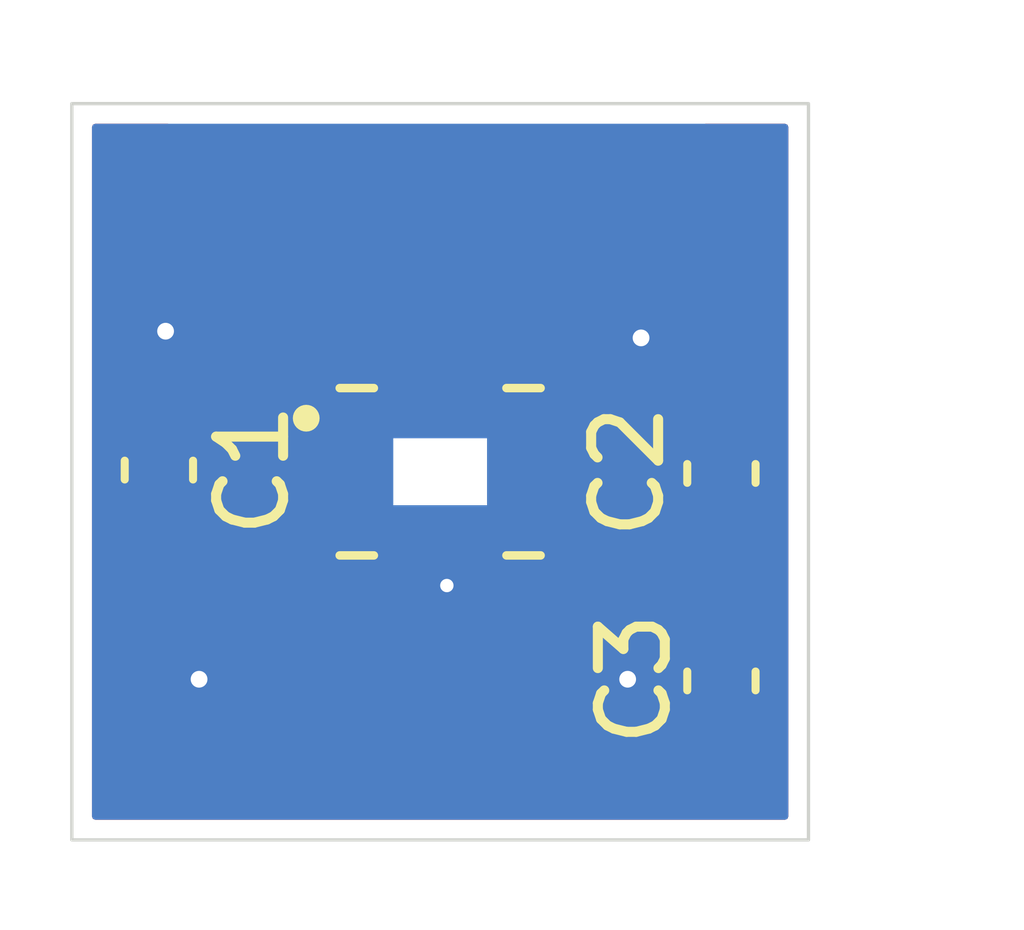
<source format=kicad_pcb>
(kicad_pcb (version 20240108) (generator "pcbnew") (generator_version "8.0")
  (layers (0 "F.Cu" signal) (31 "B.Cu" signal) (34 "B.Paste" user) (35 "F.Paste" user) (36 "B.SilkS" user "B.Silkscreen") (37 "F.SilkS" user "F.Silkscreen") (38 "B.Mask" user) (39 "F.Mask" user) (44 "Edge.Cuts" user))
  (net 0 "")
  (net 1 "+3.3V")
  (net 2 "GND")
  (net 3 "SPI_CS")
  (net 4 "SPI_SCK")
  (net 5 "SPI_MOSI")
  (net 6 "SPI_MISO")
  (net 7 "unconnected-(U1-INT2{slash}FSYNC{slash}CLKIN-Pad9)")
  (footprint "Capacitor_SMD:C_0603_1608Metric" (layer "F.Cu") (at 146.9 111.725 90)
    (property "Reference" "C2" (at 0.025 -1.4 -90) (layer "F.SilkS"))
    (property "Value" "0.1uF")
    (fp_line (start -0.14058 -0.51) (end 0.14058 -0.51) (stroke (width 0.12)) (layer "F.SilkS"))
    (fp_line (start -0.14058 0.51) (end 0.14058 0.51) (stroke (width 0.12)) (layer "F.SilkS"))
    (pad "1" smd roundrect (at -0.775 0 90) (size 0.9 0.95) (layers "F.Cu" "F.Paste" "F.Mask") (net 1 "+3.3V"))
    (pad "2" smd roundrect (at 0.775 0 90) (size 0.9 0.95) (layers "F.Cu" "F.Paste" "F.Mask") (net 2 "GND"))
  )
  (footprint "ICM-42688-P:PQFN50P300X250X97-14N" (layer "F.Cu") (at 142.7 111.7)
    (property "Reference" "U1" (hide yes))
    (property "Value" "ICM-42688-P")
    (fp_line (start -1.5 -1.25) (end -0.99 -1.25) (stroke (width 0.127)) (layer "F.SilkS"))
    (fp_line (start -1.5 1.25) (end -0.99 1.25) (stroke (width 0.127)) (layer "F.SilkS"))
    (fp_line (start 0.99 -1.25) (end 1.5 -1.25) (stroke (width 0.127)) (layer "F.SilkS"))
    (fp_line (start 1.5 1.25) (end 0.99 1.25) (stroke (width 0.127)) (layer "F.SilkS"))
    (fp_circle (center -2 -0.8) (end -1.9 -0.8) (stroke (width 0.2)) (fill none) (layer "F.SilkS"))
    (pad "1" smd roundrect (at -1.165 -0.75) (size 0.59 0.35) (layers "F.Cu" "F.Paste") (net 6 "SPI_MISO"))
    (pad "2" smd roundrect (at -1.165 -0.25) (size 0.59 0.35) (layers "F.Cu" "F.Paste"))
    (pad "3" smd roundrect (at -1.165 0.25) (size 0.59 0.35) (layers "F.Cu" "F.Paste"))
    (pad "4" smd roundrect (at -1.165 0.75) (size 0.59 0.35) (layers "F.Cu" "F.Paste"))
    (pad "5" smd roundrect (at -0.5 0.915) (size 0.35 0.59) (layers "F.Cu" "F.Paste") (net 1 "+3.3V"))
    (pad "6" smd roundrect (at 0 0.915) (size 0.35 0.59) (layers "F.Cu" "F.Paste") (net 2 "GND"))
    (pad "7" smd roundrect (at 0.5 0.915) (size 0.35 0.59) (layers "F.Cu" "F.Paste") (net 2 "GND"))
    (pad "8" smd roundrect (at 1.165 0.75) (size 0.59 0.35) (layers "F.Cu" "F.Paste") (net 1 "+3.3V"))
    (pad "9" smd roundrect (at 1.165 0.25) (size 0.59 0.35) (layers "F.Cu" "F.Paste") (net 7 "unconnected-(U1-INT2{slash}FSYNC{slash}CLKIN-Pad9)"))
    (pad "10" smd roundrect (at 1.165 -0.25) (size 0.59 0.35) (layers "F.Cu" "F.Paste"))
    (pad "11" smd roundrect (at 1.165 -0.75) (size 0.59 0.35) (layers "F.Cu" "F.Paste") (net 2 "GND"))
    (pad "12" smd roundrect (at 0.5 -0.915) (size 0.35 0.59) (layers "F.Cu" "F.Paste") (net 3 "SPI_CS"))
    (pad "13" smd roundrect (at 0 -0.915) (size 0.35 0.59) (layers "F.Cu" "F.Paste") (net 4 "SPI_SCK"))
    (pad "14" smd roundrect (at -0.5 -0.915) (size 0.35 0.59) (layers "F.Cu" "F.Paste") (net 5 "SPI_MOSI"))
  )
  (footprint "Connector:4_cable_pad" (layer "F.Cu") (at 146.75 106.5 180)
    (property "Reference" "J1" (hide yes))
    (property "Value" "Conn_01x04")
    (pad "1" smd roundrect (at 0.8 -1.2 270) (size 2 1.5) (layers "F.Cu" "F.Paste" "F.Mask") (net 3 "SPI_CS"))
    (pad "2" smd roundrect (at 3 -1.2 270) (size 2 1.5) (layers "F.Cu" "F.Paste" "F.Mask") (net 4 "SPI_SCK"))
    (pad "3" smd roundrect (at 5.2 -1.2 270) (size 2 1.5) (layers "F.Cu" "F.Paste" "F.Mask") (net 5 "SPI_MOSI"))
    (pad "4" smd roundrect (at 7.4 -1.2 270) (size 2 1.5) (layers "F.Cu" "F.Paste" "F.Mask") (net 6 "SPI_MISO"))
  )
  (footprint "Capacitor_SMD:C_0603_1608Metric" (layer "F.Cu") (at 146.9 114.825 -90)
    (property "Reference" "C3" (at -0.025 1.3 90) (layer "F.SilkS"))
    (property "Value" "10nF")
    (fp_line (start -0.14058 0.51) (end 0.14058 0.51) (stroke (width 0.12)) (layer "F.SilkS"))
    (fp_line (start -0.14058 -0.51) (end 0.14058 -0.51) (stroke (width 0.12)) (layer "F.SilkS"))
    (pad "1" smd roundrect (at -0.775 0 270) (size 0.9 0.95) (layers "F.Cu" "F.Paste" "F.Mask") (net 1 "+3.3V"))
    (pad "2" smd roundrect (at 0.775 0 270) (size 0.9 0.95) (layers "F.Cu" "F.Paste" "F.Mask") (net 2 "GND"))
  )
  (footprint "Connector:2_cable_pad" (layer "F.Cu") (at 140.8 116.7)
    (property "Reference" "J2" (hide yes))
    (property "Value" "Conn_01x02")
    (pad "1" smd roundrect (at 0.8 -1.2 90) (size 2 1.5) (layers "F.Cu" "F.Paste" "F.Mask") (net 1 "+3.3V"))
    (pad "2" smd roundrect (at 3 -1.2 90) (size 2 1.5) (layers "F.Cu" "F.Paste" "F.Mask") (net 2 "GND"))
  )
  (footprint "Capacitor_SMD:C_0603_1608Metric" (layer "F.Cu") (at 138.5 111.675 -90)
    (property "Reference" "C1" (at 0 -1.4 -90) (layer "F.SilkS"))
    (property "Value" "2.2uF")
    (fp_line (start -0.14058 0.51) (end 0.14058 0.51) (stroke (width 0.12)) (layer "F.SilkS"))
    (fp_line (start -0.14058 -0.51) (end 0.14058 -0.51) (stroke (width 0.12)) (layer "F.SilkS"))
    (pad "1" smd roundrect (at -0.775 0 270) (size 0.9 0.95) (layers "F.Cu" "F.Paste" "F.Mask") (net 2 "GND"))
    (pad "2" smd roundrect (at 0.775 0 270) (size 0.9 0.95) (layers "F.Cu" "F.Paste" "F.Mask") (net 1 "+3.3V"))
  )
  (gr_rect (start 137.2 106.2) (end 148.2 117.2) (stroke (width 0.05)) (fill none) (layer "Edge.Cuts"))
  (segment (start 142.2 113.425) (end 142.2 112.615) (width 0.15) (layer "F.Cu") (net 1))
  (segment (start 138.475 112.45) (end 140.475 112.45) (width 0.15) (layer "F.Cu") (net 1))
  (segment (start 143.3 113.8) (end 144.05 113.8) (width 0.3) (layer "F.Cu") (net 1))
  (segment (start 141.825 113.8) (end 141.825 115.775) (width 0.15) (layer "F.Cu") (net 1))
  (segment (start 141.825 115.775) (end 141.6 116) (width 0.15) (layer "F.Cu") (net 1))
  (segment (start 146.9 114.05) (end 146.9 112.5) (width 0.3) (layer "F.Cu") (net 1))
  (segment (start 144.05 113.8) (end 145.4 112.45) (width 0.3) (layer "F.Cu") (net 1))
  (segment (start 140.475 112.45) (end 141.825 113.8) (width 0.15) (layer "F.Cu") (net 1))
  (segment (start 143.865 112.45) (end 146.85 112.45) (width 0.3) (layer "F.Cu") (net 1))
  (segment (start 141.825 113.8) (end 142.2 113.425) (width 0.15) (layer "F.Cu") (net 1))
  (segment (start 141.6 115.5) (end 143.3 113.8) (width 0.3) (layer "F.Cu") (net 1))
  (segment (start 146.85 112.45) (end 146.9 112.5) (width 0.15) (layer "F.Cu") (net 1))
  (via (at 142.8 113.4) (size 0.4) (drill 0.2) (layers "F.Cu" "B.Cu") (net 2))
  (via (at 138.6 109.6) (size 0.55) (drill 0.25) (layers "F.Cu" "B.Cu") (net 2))
  (via (at 139.1 114.8) (size 0.55) (drill 0.25) (layers "F.Cu" "B.Cu") (net 2))
  (via (at 145.5 114.8) (size 0.55) (drill 0.25) (layers "F.Cu" "B.Cu") (net 2))
  (via (at 145.7 109.7) (size 0.55) (drill 0.25) (layers "F.Cu" "B.Cu") (net 2))
  (segment (start 145.95 107.65) (end 145.95 107.425) (width 0.15) (layer "F.Cu") (net 3))
  (segment (start 143.2 110.4) (end 145.95 107.65) (width 0.15) (layer "F.Cu") (net 3))
  (segment (start 143.2 110.785) (end 143.2 110.4) (width 0.15) (layer "F.Cu") (net 3))
  (segment (start 143.75 108.824924) (end 143.75 107.425) (width 0.15) (layer "F.Cu") (net 4))
  (segment (start 142.7 110.785) (end 142.7 109.874924) (width 0.15) (layer "F.Cu") (net 4))
  (segment (start 142.7 109.874924) (end 143.75 108.824924) (width 0.15) (layer "F.Cu") (net 4))
  (segment (start 142.2 110.785) (end 142.2 109.8) (width 0.15) (layer "F.Cu") (net 5))
  (segment (start 142.2 109.8) (end 141.55 109.15) (width 0.15) (layer "F.Cu") (net 5))
  (segment (start 141.55 109.15) (end 141.55 107.425) (width 0.15) (layer "F.Cu") (net 5))
  (segment (start 141.535 110.95) (end 141.35 110.95) (width 0.15) (layer "F.Cu") (net 6))
  (segment (start 139.35 108.95) (end 139.35 107.425) (width 0.15) (layer "F.Cu") (net 6))
  (segment (start 141.35 110.95) (end 139.35 108.95) (width 0.15) (layer "F.Cu") (net 6))
  (segment (start 143.815 112) (end 143.765 111.95) (width 0.15) (layer "F.Cu") (net 7))
  (zone (net 2) (net_name "GND") (layers "F&B.Cu") (connect_pads yes (clearance 0.1)) (min_thickness 0.1) (fill yes (thermal_gap 0.1) (thermal_bridge_width 0.1))
    (polygon (pts (xy 137.2 106.2) (xy 148.2 106.2) (xy 148.2 117.2) (xy 137.2 117.2)))
  )
  (zone (net 0) (net_name "") (layers "F&B.Cu" "User.4") (connect_pads (clearance 0)) (min_thickness 0.25)
    (keepout (tracks not_allowed) (vias not_allowed) (pads not_allowed) (copperpour not_allowed) (footprints allowed))
    (fill (thermal_gap 0.5) (thermal_bridge_width 0.5))
    (polygon (pts (xy 142 111.2) (xy 143.4 111.2) (xy 143.4 112.2) (xy 142 112.2)))
  )
  (zone (net 2) (net_name "GND") (layer "B.Cu") (priority 1) (connect_pads yes (clearance 0.1)) (min_thickness 0.1) (fill yes (thermal_gap 0.1) (thermal_bridge_width 0.1))
    (polygon (pts (xy 137.2 106.2) (xy 148.2 106.2) (xy 148.2 117.2) (xy 137.2 117.2)))
  )
)
</source>
